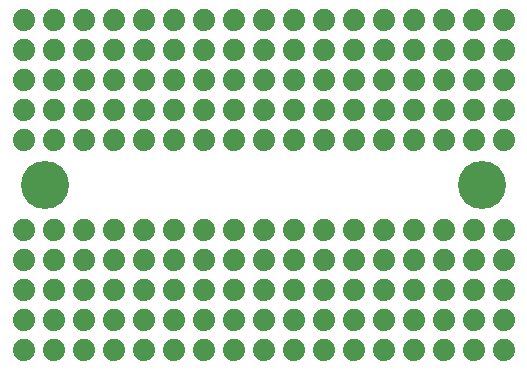
<source format=gbr>
G04 EAGLE Gerber RS-274X export*
G75*
%MOMM*%
%FSLAX34Y34*%
%LPD*%
%INTop Copper*%
%IPPOS*%
%AMOC8*
5,1,8,0,0,1.08239X$1,22.5*%
G01*
%ADD10C,1.879600*%
%ADD11C,4.064000*%


D10*
X25400Y25400D03*
X25400Y50800D03*
X25400Y76200D03*
X25400Y101600D03*
X25400Y127000D03*
X50800Y25400D03*
X50800Y50800D03*
X50800Y76200D03*
X50800Y101600D03*
X50800Y127000D03*
X76200Y25400D03*
X76200Y50800D03*
X76200Y76200D03*
X76200Y101600D03*
X76200Y127000D03*
X101600Y25400D03*
X101600Y50800D03*
X101600Y76200D03*
X101600Y101600D03*
X101600Y127000D03*
X127000Y25400D03*
X127000Y50800D03*
X127000Y76200D03*
X127000Y101600D03*
X127000Y127000D03*
X152400Y25400D03*
X152400Y50800D03*
X152400Y76200D03*
X152400Y101600D03*
X152400Y127000D03*
X177800Y25400D03*
X177800Y50800D03*
X177800Y76200D03*
X177800Y101600D03*
X177800Y127000D03*
X203200Y25400D03*
X203200Y50800D03*
X203200Y76200D03*
X203200Y101600D03*
X203200Y127000D03*
X228600Y25400D03*
X228600Y50800D03*
X228600Y76200D03*
X228600Y101600D03*
X228600Y127000D03*
X254000Y25400D03*
X254000Y50800D03*
X254000Y76200D03*
X254000Y101600D03*
X254000Y127000D03*
X279400Y25400D03*
X279400Y50800D03*
X279400Y76200D03*
X279400Y101600D03*
X279400Y127000D03*
X304800Y25400D03*
X304800Y50800D03*
X304800Y76200D03*
X304800Y101600D03*
X304800Y127000D03*
X330200Y25400D03*
X330200Y50800D03*
X330200Y76200D03*
X330200Y101600D03*
X330200Y127000D03*
X355600Y25400D03*
X355600Y50800D03*
X355600Y76200D03*
X355600Y101600D03*
X355600Y127000D03*
X381000Y25400D03*
X381000Y50800D03*
X381000Y76200D03*
X381000Y101600D03*
X381000Y127000D03*
X406400Y25400D03*
X406400Y50800D03*
X406400Y76200D03*
X406400Y101600D03*
X406400Y127000D03*
X431800Y25400D03*
X431800Y50800D03*
X431800Y76200D03*
X431800Y101600D03*
X431800Y127000D03*
X25400Y203200D03*
X25400Y228600D03*
X25400Y254000D03*
X25400Y279400D03*
X25400Y304800D03*
X50800Y203200D03*
X50800Y228600D03*
X50800Y254000D03*
X50800Y279400D03*
X50800Y304800D03*
X76200Y203200D03*
X76200Y228600D03*
X76200Y254000D03*
X76200Y279400D03*
X76200Y304800D03*
X101600Y203200D03*
X101600Y228600D03*
X101600Y254000D03*
X101600Y279400D03*
X101600Y304800D03*
X127000Y203200D03*
X127000Y228600D03*
X127000Y254000D03*
X127000Y279400D03*
X127000Y304800D03*
X152400Y203200D03*
X152400Y228600D03*
X152400Y254000D03*
X152400Y279400D03*
X152400Y304800D03*
X177800Y203200D03*
X177800Y228600D03*
X177800Y254000D03*
X177800Y279400D03*
X177800Y304800D03*
X203200Y203200D03*
X203200Y228600D03*
X203200Y254000D03*
X203200Y279400D03*
X203200Y304800D03*
X228600Y203200D03*
X228600Y228600D03*
X228600Y254000D03*
X228600Y279400D03*
X228600Y304800D03*
X254000Y203200D03*
X254000Y228600D03*
X254000Y254000D03*
X254000Y279400D03*
X254000Y304800D03*
X279400Y203200D03*
X279400Y228600D03*
X279400Y254000D03*
X279400Y279400D03*
X279400Y304800D03*
X304800Y203200D03*
X304800Y228600D03*
X304800Y254000D03*
X304800Y279400D03*
X304800Y304800D03*
X330200Y203200D03*
X330200Y228600D03*
X330200Y254000D03*
X330200Y279400D03*
X330200Y304800D03*
X355600Y203200D03*
X355600Y228600D03*
X355600Y254000D03*
X355600Y279400D03*
X355600Y304800D03*
X381000Y203200D03*
X381000Y228600D03*
X381000Y254000D03*
X381000Y279400D03*
X381000Y304800D03*
X406400Y203200D03*
X406400Y228600D03*
X406400Y254000D03*
X406400Y279400D03*
X406400Y304800D03*
X431800Y203200D03*
X431800Y228600D03*
X431800Y254000D03*
X431800Y279400D03*
X431800Y304800D03*
D11*
X43600Y165100D03*
X413600Y165100D03*
M02*

</source>
